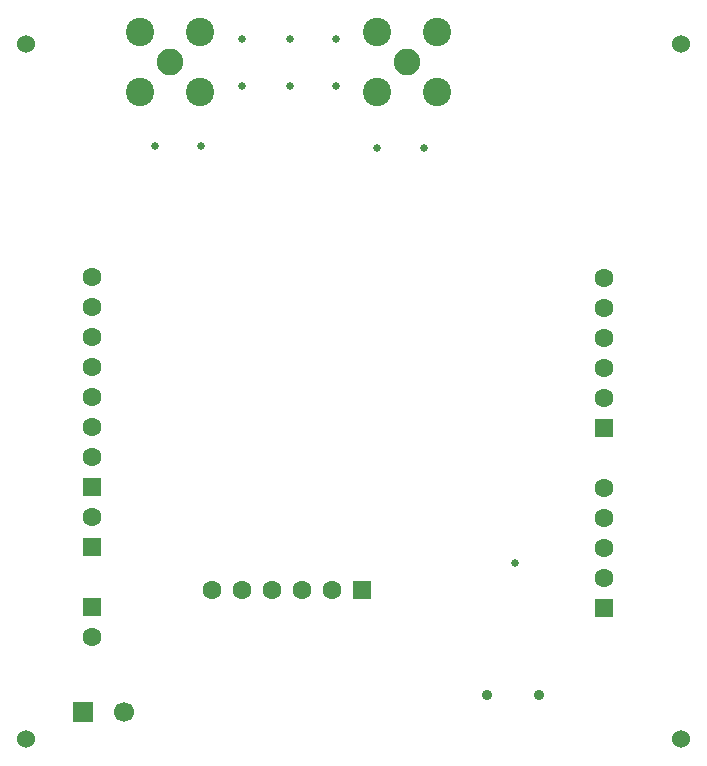
<source format=gbr>
%TF.GenerationSoftware,Altium Limited,Altium NEXUS,2.1.7 (73)*%
G04 Layer_Color=255*
%FSLAX44Y44*%
%MOMM*%
%TF.FileFunction,Pads,Bot*%
%TF.Part,Single*%
G01*
G75*
%TA.AperFunction,ViaPad*%
%ADD24C,0.6500*%
%TA.AperFunction,WasherPad*%
%ADD25C,1.5240*%
%TA.AperFunction,ComponentPad*%
%ADD26C,0.9000*%
%ADD27R,1.6000X1.6000*%
%ADD28C,1.6000*%
%ADD29C,2.4000*%
%ADD30C,2.2500*%
%ADD31R,1.7000X1.7000*%
%ADD32C,1.7000*%
%ADD33R,1.6000X1.6000*%
D24*
X698500Y447040D02*
D03*
X393700Y800100D02*
D03*
X621660Y798830D02*
D03*
X581660D02*
D03*
X433070Y800100D02*
D03*
X547370Y850900D02*
D03*
X508000D02*
D03*
X467360D02*
D03*
X547370Y890900D02*
D03*
X508000D02*
D03*
X467360D02*
D03*
D25*
X284480Y886460D02*
D03*
X839470D02*
D03*
Y298450D02*
D03*
X284480D02*
D03*
D26*
X718820Y335280D02*
D03*
X674820D02*
D03*
D27*
X340360Y461010D02*
D03*
X774370Y561340D02*
D03*
X340360Y410210D02*
D03*
Y511810D02*
D03*
X774370Y408940D02*
D03*
D28*
X340360Y486410D02*
D03*
X774370Y586740D02*
D03*
Y612140D02*
D03*
Y637540D02*
D03*
Y662940D02*
D03*
Y688340D02*
D03*
X340360Y384810D02*
D03*
Y689610D02*
D03*
Y664210D02*
D03*
Y638810D02*
D03*
Y613410D02*
D03*
Y588010D02*
D03*
Y562610D02*
D03*
Y537210D02*
D03*
X774370Y434340D02*
D03*
Y459740D02*
D03*
Y485140D02*
D03*
Y510540D02*
D03*
X543560Y424180D02*
D03*
X518160D02*
D03*
X492760D02*
D03*
X467360D02*
D03*
X441960D02*
D03*
D29*
X581650Y845970D02*
D03*
Y896770D02*
D03*
X632450D02*
D03*
Y845970D02*
D03*
X381330Y846020D02*
D03*
Y896820D02*
D03*
X432130D02*
D03*
Y846020D02*
D03*
D30*
X607050Y871370D02*
D03*
X406730Y871420D02*
D03*
D31*
X332740Y321310D02*
D03*
D32*
X367740D02*
D03*
D33*
X568960Y424180D02*
D03*
%TF.MD5,ee0e15951ad88de33e02542d895c3e3a*%
M02*

</source>
